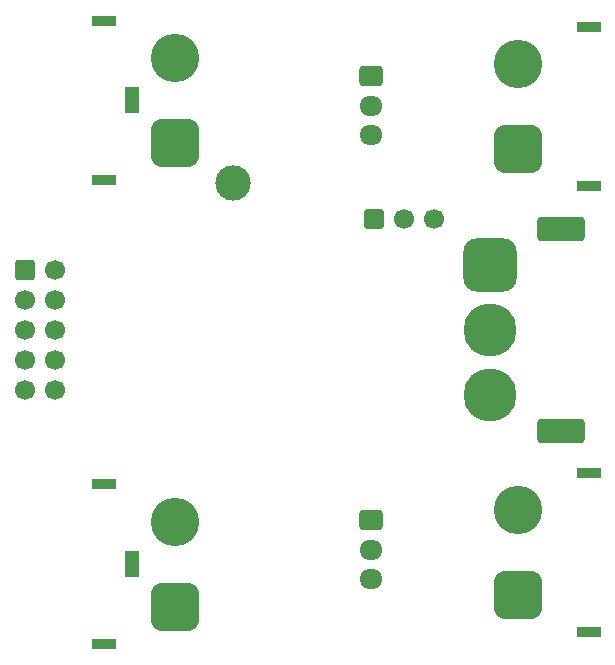
<source format=gbr>
%TF.GenerationSoftware,KiCad,Pcbnew,9.0.2*%
%TF.CreationDate,2025-06-17T18:04:30+02:00*%
%TF.ProjectId,Robobuoy-Sub-PSU-v2_1,526f626f-6275-46f7-992d-5375622d5053,2.0*%
%TF.SameCoordinates,Original*%
%TF.FileFunction,Soldermask,Bot*%
%TF.FilePolarity,Negative*%
%FSLAX46Y46*%
G04 Gerber Fmt 4.6, Leading zero omitted, Abs format (unit mm)*
G04 Created by KiCad (PCBNEW 9.0.2) date 2025-06-17 18:04:30*
%MOMM*%
%LPD*%
G01*
G04 APERTURE LIST*
G04 Aperture macros list*
%AMRoundRect*
0 Rectangle with rounded corners*
0 $1 Rounding radius*
0 $2 $3 $4 $5 $6 $7 $8 $9 X,Y pos of 4 corners*
0 Add a 4 corners polygon primitive as box body*
4,1,4,$2,$3,$4,$5,$6,$7,$8,$9,$2,$3,0*
0 Add four circle primitives for the rounded corners*
1,1,$1+$1,$2,$3*
1,1,$1+$1,$4,$5*
1,1,$1+$1,$6,$7*
1,1,$1+$1,$8,$9*
0 Add four rect primitives between the rounded corners*
20,1,$1+$1,$2,$3,$4,$5,0*
20,1,$1+$1,$4,$5,$6,$7,0*
20,1,$1+$1,$6,$7,$8,$9,0*
20,1,$1+$1,$8,$9,$2,$3,0*%
G04 Aperture macros list end*
%ADD10RoundRect,0.250000X-0.600000X-0.600000X0.600000X-0.600000X0.600000X0.600000X-0.600000X0.600000X0*%
%ADD11C,1.700000*%
%ADD12R,2.000000X0.900000*%
%ADD13RoundRect,1.025000X1.025000X-1.025000X1.025000X1.025000X-1.025000X1.025000X-1.025000X-1.025000X0*%
%ADD14C,4.100000*%
%ADD15R,1.300000X2.300000*%
%ADD16RoundRect,0.250000X-0.725000X0.600000X-0.725000X-0.600000X0.725000X-0.600000X0.725000X0.600000X0*%
%ADD17O,1.950000X1.700000*%
%ADD18RoundRect,1.025000X-1.025000X1.025000X-1.025000X-1.025000X1.025000X-1.025000X1.025000X1.025000X0*%
%ADD19C,3.000000*%
%ADD20RoundRect,0.250000X-1.750000X0.750000X-1.750000X-0.750000X1.750000X-0.750000X1.750000X0.750000X0*%
%ADD21RoundRect,1.125000X-1.125000X1.125000X-1.125000X-1.125000X1.125000X-1.125000X1.125000X1.125000X0*%
%ADD22C,4.500000*%
%ADD23RoundRect,0.206250X-0.618750X-0.618750X0.618750X-0.618750X0.618750X0.618750X-0.618750X0.618750X0*%
G04 APERTURE END LIST*
D10*
%TO.C,J108*%
X-24130000Y5080000D03*
D11*
X-21590000Y5080000D03*
X-24130000Y2540000D03*
X-21590000Y2540000D03*
X-24130000Y0D03*
X-21590000Y0D03*
X-24130000Y-2540000D03*
X-21590000Y-2540000D03*
X-24130000Y-5080000D03*
X-21590000Y-5080000D03*
%TD*%
D12*
%TO.C,J104*%
X-17401500Y-26562000D03*
X-17401500Y-13062000D03*
D13*
X-11401500Y-23412000D03*
D14*
X-11401500Y-16212000D03*
D15*
X-15051500Y-19812000D03*
%TD*%
D16*
%TO.C,J103*%
X5224000Y21482000D03*
D17*
X5224000Y18982000D03*
X5224000Y16482000D03*
%TD*%
D12*
%TO.C,J106*%
X23607000Y25692000D03*
X23607000Y12192000D03*
D18*
X17607000Y15342000D03*
D14*
X17607000Y22542000D03*
%TD*%
D19*
%TO.C,TP101*%
X-6502400Y12496800D03*
%TD*%
D20*
%TO.C,J101*%
X21240000Y8550000D03*
X21240000Y-8550000D03*
D21*
X15240000Y5500000D03*
D22*
X15240000Y0D03*
X15240000Y-5500000D03*
%TD*%
D12*
%TO.C,J105*%
X23607000Y-12090000D03*
X23607000Y-25590000D03*
D18*
X17607000Y-22440000D03*
D14*
X17607000Y-15240000D03*
%TD*%
D12*
%TO.C,J107*%
X-17401500Y12700000D03*
X-17401500Y26200000D03*
D13*
X-11401500Y15850000D03*
D14*
X-11401500Y23050000D03*
D15*
X-15051500Y19450000D03*
%TD*%
D16*
%TO.C,J102*%
X5207000Y-16110000D03*
D17*
X5207000Y-18610000D03*
X5207000Y-21110000D03*
%TD*%
D23*
%TO.C,SW101*%
X5461000Y9398000D03*
D11*
X8001000Y9398000D03*
X10541000Y9398000D03*
%TD*%
M02*

</source>
